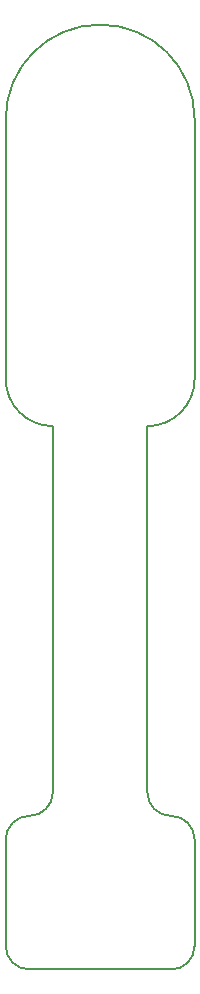
<source format=gm1>
G04 #@! TF.FileFunction,Profile,NP*
%FSLAX46Y46*%
G04 Gerber Fmt 4.6, Leading zero omitted, Abs format (unit mm)*
G04 Created by KiCad (PCBNEW 4.0.6-e0-6349~53~ubuntu16.04.1) date Tue May  9 17:32:05 2017*
%MOMM*%
%LPD*%
G01*
G04 APERTURE LIST*
%ADD10C,0.100000*%
%ADD11C,0.150000*%
G04 APERTURE END LIST*
D10*
D11*
X0Y11000000D02*
X0Y2000000D01*
X16000000Y11000000D02*
X16000000Y2000000D01*
X2000000Y13000000D02*
G75*
G03X4000000Y15000000I0J2000000D01*
G01*
X2000000Y13000000D02*
G75*
G03X0Y11000000I0J-2000000D01*
G01*
X0Y2000000D02*
G75*
G03X2000000Y0I2000000J0D01*
G01*
X14000000Y0D02*
G75*
G03X16000000Y2000000I0J2000000D01*
G01*
X16000000Y11000000D02*
G75*
G03X14000000Y13000000I-2000000J0D01*
G01*
X12000000Y15000000D02*
G75*
G03X14000000Y13000000I2000000J0D01*
G01*
X12000000Y15000000D02*
X12000000Y46000000D01*
X2000000Y0D02*
X14000000Y0D01*
X4000000Y46000000D02*
X4000000Y15000000D01*
X0Y50000000D02*
G75*
G03X4000000Y46000000I4000000J0D01*
G01*
X12000000Y46000000D02*
G75*
G03X16000000Y50000000I0J4000000D01*
G01*
X16000000Y72000000D02*
X16000000Y50000000D01*
X0Y72000000D02*
X0Y50000000D01*
X16000000Y72000000D02*
G75*
G03X0Y72000000I-8000000J0D01*
G01*
M02*

</source>
